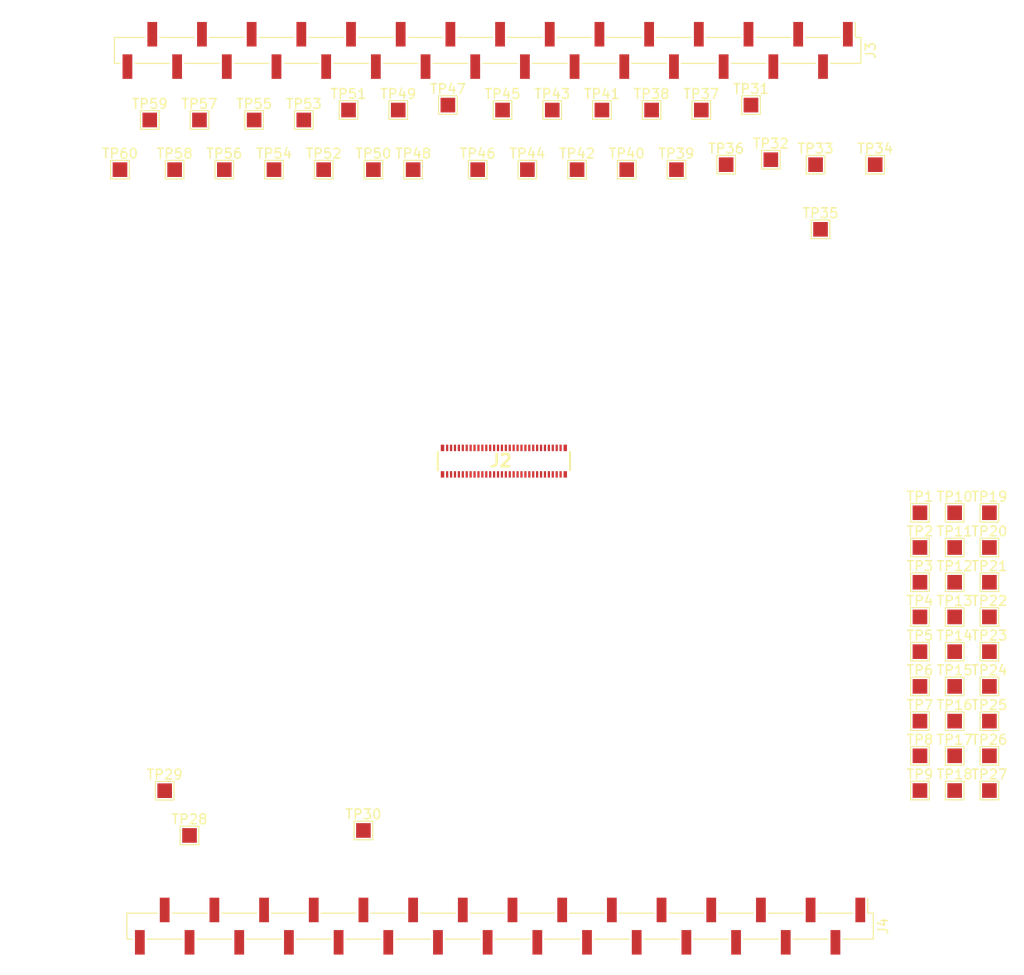
<source format=kicad_pcb>
(kicad_pcb (version 20221018) (generator pcbnew)
  (layers (0 "F.Cu" signal) (31 "B.Cu" signal) (34 "B.Paste" user) (35 "F.Paste" user) (36 "B.SilkS" user "B.Silkscreen") (37 "F.SilkS" user "F.Silkscreen") (38 "B.Mask" user) (39 "F.Mask" user) (44 "Edge.Cuts" user))
  (net 0 "")
  (net 1 "GND")
  (net 2 "/VCCIO2{slash}3")
  (net 3 "/IOB4A")
  (net 4 "/IOB4B")
  (net 5 "/IOR18A")
  (net 6 "/IOB26A")
  (net 7 "/IOR18B")
  (net 8 "/IOB26B")
  (net 9 "/IOR20A")
  (net 10 "/IOB24A")
  (net 11 "/IOR20B")
  (net 12 "/RECONFIG")
  (net 13 "/IOR22A")
  (net 14 "/IOB12B")
  (net 15 "/IOR22B")
  (net 16 "/IOB14B")
  (net 17 "/IOR24A")
  (net 18 "/IOR24B")
  (net 19 "/TCK")
  (net 20 "/IOR31A")
  (net 21 "/TMS")
  (net 22 "/IOR31B")
  (net 23 "/TDO")
  (net 24 "/IOR33A")
  (net 25 "/TDI")
  (net 26 "/IOR33B")
  (net 27 "/IOB89A")
  (net 28 "/M0_D3P")
  (net 29 "/IOB89B")
  (net 30 "/M0_D3N")
  (net 31 "/IOB91A")
  (net 32 "/IOB91B")
  (net 33 "/M0_D2P")
  (net 34 "/VDD_1V8")
  (net 35 "/M0_D2N")
  (net 36 "+2V5")
  (net 37 "/M0_CKP")
  (net 38 "/M0_CKN")
  (net 39 "+3V3")
  (net 40 "/M0_D1P")
  (net 41 "/M0_D1N")
  (net 42 "+5V")
  (net 43 "/M0_D0P")
  (net 44 "/M0_D0N")
  (net 45 "Net-(J3-Pin_10)")
  (footprint "TestPoint:TestPoint_Pad_1.5x1.5mm" (layer "F.Cu") (at 157.48 51.308)
    (fp_text reference "TP49" (at 0 -1.648) (layer "F.SilkS"))
    (fp_text value "TestPoint")
    (pad "1" smd rect (at 0 0) (size 1.5 1.5) (layers "F.Cu" "F.Mask") (net 22 "/IOR31B"))
  )
  (footprint "TestPoint:TestPoint_Pad_1.5x1.5mm" (layer "F.Cu") (at 147.828 52.324)
    (fp_text reference "TP53" (at 0 -1.648) (layer "F.SilkS"))
    (fp_text value "TestPoint")
    (pad "1" smd rect (at 0 0) (size 1.5 1.5) (layers "F.Cu" "F.Mask") (net 15 "/IOR22B"))
  )
  (footprint "TestPoint:TestPoint_Pad_1.5x1.5mm" (layer "F.Cu") (at 217.926 99.586)
    (fp_text reference "TP21" (at 0 -1.648) (layer "F.SilkS"))
    (fp_text value "TestPoint")
    (pad "1" smd rect (at 0 0) (size 1.5 1.5) (layers "F.Cu" "F.Mask") (net 1 "GND"))
  )
  (footprint "TestPoint:TestPoint_Pad_1.5x1.5mm" (layer "F.Cu") (at 217.926 92.486)
    (fp_text reference "TP19" (at 0 -1.648) (layer "F.SilkS"))
    (fp_text value "TestPoint")
    (pad "1" smd rect (at 0 0) (size 1.5 1.5) (layers "F.Cu" "F.Mask") (net 21 "/TMS"))
  )
  (footprint "TestPoint:TestPoint_Pad_1.5x1.5mm" (layer "F.Cu") (at 217.926 96.036)
    (fp_text reference "TP20" (at 0 -1.648) (layer "F.SilkS"))
    (fp_text value "TestPoint")
    (pad "1" smd rect (at 0 0) (size 1.5 1.5) (layers "F.Cu" "F.Mask") (net 19 "/TCK"))
  )
  (footprint "TestPoint:TestPoint_Pad_1.5x1.5mm" (layer "F.Cu") (at 175.768 57.404)
    (fp_text reference "TP42" (at 0 -1.648) (layer "F.SilkS"))
    (fp_text value "TestPoint")
    (pad "1" smd rect (at 0 0) (size 1.5 1.5) (layers "F.Cu" "F.Mask") (net 34 "/VDD_1V8"))
  )
  (footprint "TestPoint:TestPoint_Pad_1.5x1.5mm" (layer "F.Cu") (at 214.376 117.336)
    (fp_text reference "TP17" (at 0 -1.648) (layer "F.SilkS"))
    (fp_text value "TestPoint")
    (pad "1" smd rect (at 0 0) (size 1.5 1.5) (layers "F.Cu" "F.Mask") (net 25 "/TDI"))
  )
  (footprint "TestPoint:TestPoint_Pad_1.5x1.5mm" (layer "F.Cu") (at 214.376 106.686)
    (fp_text reference "TP14" (at 0 -1.648) (layer "F.SilkS"))
    (fp_text value "TestPoint")
    (pad "1" smd rect (at 0 0) (size 1.5 1.5) (layers "F.Cu" "F.Mask") (net 30 "/M0_D3N"))
  )
  (footprint "TestPoint:TestPoint_Pad_1.5x1.5mm" (layer "F.Cu") (at 210.826 110.236)
    (fp_text reference "TP6" (at 0 -1.648) (layer "F.SilkS"))
    (fp_text value "TestPoint")
    (pad "1" smd rect (at 0 0) (size 1.5 1.5) (layers "F.Cu" "F.Mask") (net 40 "/M0_D1P"))
  )
  (footprint "TestPoint:TestPoint_Pad_1.5x1.5mm" (layer "F.Cu") (at 214.376 99.586)
    (fp_text reference "TP12" (at 0 -1.648) (layer "F.SilkS"))
    (fp_text value "TestPoint")
    (pad "1" smd rect (at 0 0) (size 1.5 1.5) (layers "F.Cu" "F.Mask") (net 33 "/M0_D2P"))
  )
  (footprint "TestPoint:TestPoint_Pad_1.5x1.5mm" (layer "F.Cu") (at 134.62 57.404)
    (fp_text reference "TP58" (at 0 -1.648) (layer "F.SilkS"))
    (fp_text value "TestPoint")
    (pad "1" smd rect (at 0 0) (size 1.5 1.5) (layers "F.Cu" "F.Mask") (net 5 "/IOR18A"))
  )
  (footprint "TestPoint:TestPoint_Pad_1.5x1.5mm" (layer "F.Cu") (at 214.376 120.886)
    (fp_text reference "TP18" (at 0 -1.648) (layer "F.SilkS"))
    (fp_text value "TestPoint")
    (pad "1" smd rect (at 0 0) (size 1.5 1.5) (layers "F.Cu" "F.Mask") (net 23 "/TDO"))
  )
  (footprint "TestPoint:TestPoint_Pad_1.5x1.5mm" (layer "F.Cu") (at 159.004 57.404)
    (fp_text reference "TP48" (at 0 -1.648) (layer "F.SilkS"))
    (fp_text value "TestPoint")
    (pad "1" smd rect (at 0 0) (size 1.5 1.5) (layers "F.Cu" "F.Mask") (net 24 "/IOR33A"))
  )
  (footprint "TestPoint:TestPoint_Pad_1.5x1.5mm" (layer "F.Cu") (at 210.826 92.486)
    (fp_text reference "TP1" (at 0 -1.648) (layer "F.SilkS"))
    (fp_text value "TestPoint")
    (pad "1" smd rect (at 0 0) (size 1.5 1.5) (layers "F.Cu" "F.Mask") (net 1 "GND"))
  )
  (footprint "TestPoint:TestPoint_Pad_1.5x1.5mm" (layer "F.Cu") (at 210.826 103.136)
    (fp_text reference "TP4" (at 0 -1.648) (layer "F.SilkS"))
    (fp_text value "TestPoint")
    (pad "1" smd rect (at 0 0) (size 1.5 1.5) (layers "F.Cu" "F.Mask") (net 1 "GND"))
  )
  (footprint "TestPoint:TestPoint_Pad_1.5x1.5mm" (layer "F.Cu") (at 180.848 57.404)
    (fp_text reference "TP40" (at 0 -1.648) (layer "F.SilkS"))
    (fp_text value "TestPoint")
    (pad "1" smd rect (at 0 0) (size 1.5 1.5) (layers "F.Cu" "F.Mask") (net 45 "Net-(J3-Pin_10)"))
  )
  (footprint "TestPoint:TestPoint_Pad_1.5x1.5mm" (layer "F.Cu") (at 152.4 51.308)
    (fp_text reference "TP51" (at 0 -1.648) (layer "F.SilkS"))
    (fp_text value "TestPoint")
    (pad "1" smd rect (at 0 0) (size 1.5 1.5) (layers "F.Cu" "F.Mask") (net 18 "/IOR24B"))
  )
  (footprint "TestPoint:TestPoint_Pad_1.5x1.5mm" (layer "F.Cu") (at 217.926 106.686)
    (fp_text reference "TP23" (at 0 -1.648) (layer "F.SilkS"))
    (fp_text value "TestPoint")
    (pad "1" smd rect (at 0 0) (size 1.5 1.5) (layers "F.Cu" "F.Mask") (net 14 "/IOB12B"))
  )
  (footprint "TestPoint:TestPoint_Pad_1.5x1.5mm" (layer "F.Cu") (at 210.826 106.686)
    (fp_text reference "TP5" (at 0 -1.648) (layer "F.SilkS"))
    (fp_text value "TestPoint")
    (pad "1" smd rect (at 0 0) (size 1.5 1.5) (layers "F.Cu" "F.Mask") (net 41 "/M0_D1N"))
  )
  (footprint "TestPoint:TestPoint_Pad_1.5x1.5mm" (layer "F.Cu") (at 165.608 57.404)
    (fp_text reference "TP46" (at 0 -1.648) (layer "F.SilkS"))
    (fp_text value "TestPoint")
    (pad "1" smd rect (at 0 0) (size 1.5 1.5) (layers "F.Cu" "F.Mask") (net 27 "/IOB89A"))
  )
  (footprint "TestPoint:TestPoint_Pad_1.5x1.5mm" (layer "F.Cu") (at 214.376 113.786)
    (fp_text reference "TP16" (at 0 -1.648) (layer "F.SilkS"))
    (fp_text value "TestPoint")
    (pad "1" smd rect (at 0 0) (size 1.5 1.5) (layers "F.Cu" "F.Mask") (net 1 "GND"))
  )
  (footprint "TestPoint:TestPoint_Pad_1.5x1.5mm" (layer "F.Cu") (at 206.248 56.896)
    (fp_text reference "TP34" (at 0 -1.648) (layer "F.SilkS"))
    (fp_text value "TestPoint")
    (pad "1" smd rect (at 0 0) (size 1.5 1.5) (layers "F.Cu" "F.Mask") (net 42 "+5V"))
  )
  (footprint "TestPoint:TestPoint_Pad_1.5x1.5mm" (layer "F.Cu") (at 210.826 113.786)
    (fp_text reference "TP7" (at 0 -1.648) (layer "F.SilkS"))
    (fp_text value "TestPoint")
    (pad "1" smd rect (at 0 0) (size 1.5 1.5) (layers "F.Cu" "F.Mask") (net 1 "GND"))
  )
  (footprint "TestPoint:TestPoint_Pad_1.5x1.5mm" (layer "F.Cu") (at 210.826 96.036)
    (fp_text reference "TP2" (at 0 -1.648) (layer "F.SilkS"))
    (fp_text value "TestPoint")
    (pad "1" smd rect (at 0 0) (size 1.5 1.5) (layers "F.Cu" "F.Mask") (net 44 "/M0_D0N"))
  )
  (footprint "TestPoint:TestPoint_Pad_1.5x1.5mm" (layer "F.Cu") (at 191.008 56.896)
    (fp_text reference "TP36" (at 0 -1.648) (layer "F.SilkS"))
    (fp_text value "TestPoint")
    (pad "1" smd rect (at 0 0) (size 1.5 1.5) (layers "F.Cu" "F.Mask") (net 39 "+3V3"))
  )
  (footprint "TestPoint:TestPoint_Pad_1.5x1.5mm" (layer "F.Cu") (at 183.388 51.308)
    (fp_text reference "TP38" (at 0 -1.648) (layer "F.SilkS"))
    (fp_text value "TestPoint")
    (pad "1" smd rect (at 0 0) (size 1.5 1.5) (layers "F.Cu" "F.Mask") (net 36 "+2V5"))
  )
  (footprint "TestPoint:TestPoint_Pad_1.5x1.5mm" (layer "F.Cu") (at 193.548 50.8)
    (fp_text reference "TP31" (at 0 -1.648) (layer "F.SilkS"))
    (fp_text value "TestPoint")
    (pad "1" smd rect (at 0 0) (size 1.5 1.5) (layers "F.Cu" "F.Mask") (net 42 "+5V"))
  )
  (footprint "TestPoint:TestPoint_Pad_1.5x1.5mm" (layer "F.Cu") (at 214.376 96.036)
    (fp_text reference "TP11" (at 0 -1.648) (layer "F.SilkS"))
    (fp_text value "TestPoint")
    (pad "1" smd rect (at 0 0) (size 1.5 1.5) (layers "F.Cu" "F.Mask") (net 35 "/M0_D2N"))
  )
  (footprint "TestPoint:TestPoint_Pad_1.5x1.5mm" (layer "F.Cu") (at 136.144 125.476)
    (fp_text reference "TP28" (at 0 -1.648) (layer "F.SilkS"))
    (fp_text value "TestPoint")
    (pad "1" smd rect (at 0 0) (size 1.5 1.5) (layers "F.Cu" "F.Mask") (net 4 "/IOB4B"))
  )
  (footprint "TestPoint:TestPoint_Pad_1.5x1.5mm" (layer "F.Cu") (at 214.376 110.236)
    (fp_text reference "TP15" (at 0 -1.648) (layer "F.SilkS"))
    (fp_text value "TestPoint")
    (pad "1" smd rect (at 0 0) (size 1.5 1.5) (layers "F.Cu" "F.Mask") (net 28 "/M0_D3P"))
  )
  (footprint "TestPoint:TestPoint_Pad_1.5x1.5mm" (layer "F.Cu") (at 178.308 51.308)
    (fp_text reference "TP41" (at 0 -1.648) (layer "F.SilkS"))
    (fp_text value "TestPoint")
    (pad "1" smd rect (at 0 0) (size 1.5 1.5) (layers "F.Cu" "F.Mask") (net 34 "/VDD_1V8"))
  )
  (footprint "TestPoint:TestPoint_Pad_1.5x1.5mm" (layer "F.Cu") (at 149.86 57.404)
    (fp_text reference "TP52" (at 0 -1.648) (layer "F.SilkS"))
    (fp_text value "TestPoint")
    (pad "1" smd rect (at 0 0) (size 1.5 1.5) (layers "F.Cu" "F.Mask") (net 17 "/IOR24A"))
  )
  (footprint "TestPoint:TestPoint_Pad_1.5x1.5mm" (layer "F.Cu") (at 200.66 63.5)
    (fp_text reference "TP35" (at 0 -1.648) (layer "F.SilkS"))
    (fp_text value "TestPoint")
    (pad "1" smd rect (at 0 0) (size 1.5 1.5) (layers "F.Cu" "F.Mask") (net 42 "+5V"))
  )
  (footprint "TestPoint:TestPoint_Pad_1.5x1.5mm" (layer "F.Cu") (at 210.826 120.886)
    (fp_text reference "TP9" (at 0 -1.648) (layer "F.SilkS"))
    (fp_text value "TestPoint")
    (pad "1" smd rect (at 0 0) (size 1.5 1.5) (layers "F.Cu" "F.Mask") (net 37 "/M0_CKP"))
  )
  (footprint "TestPoint:TestPoint_Pad_1.5x1.5mm" (layer "F.Cu") (at 210.826 117.336)
    (fp_text reference "TP8" (at 0 -1.648) (layer "F.SilkS"))
    (fp_text value "TestPoint")
    (pad "1" smd rect (at 0 0) (size 1.5 1.5) (layers "F.Cu" "F.Mask") (net 38 "/M0_CKN"))
  )
  (footprint "samacsys:DF40C-60DP-0.4V_51_" (layer "F.Cu") (at 168.284 87.207)
    (fp_text reference "J2" (at -0.306 -0.055) (layer "F.SilkS") (effects (font (size 1.27 1.27) (thickness 0.254))))
    (fp_text value "DF40C-60DP-0.4V_51_" hide)
    (pad "1" smd rect (at -5.8 1.355) (size 0.23 0.66) (layers "F.Cu" "F.Paste" "F.Mask") (net 1 "GND"))
    (pad "2" smd rect (at -5.8 -1.355) (size 0.23 0.66) (layers "F.Cu" "F.Paste" "F.Mask") (net 2 "/VCCIO2{slash}3"))
    (pad "3" smd rect (at -5.4 1.355) (size 0.23 0.66) (layers "F.Cu" "F.Paste" "F.Mask") (net 3 "/IOB4A"))
    (pad "4" smd rect (at -5.4 -1.355) (size 0.23 0.66) (layers "F.Cu" "F.Paste" "F.Mask") (net 2 "/VCCIO2{slash}3"))
    (pad "5" smd rect (at -5 1.355) (size 0.23 0.66) (layers "F.Cu" "F.Paste" "F.Mask") (net 4 "/IOB4B"))
    (pad "6" smd rect (at -5 -1.355) (size 0.23 0.66) (layers "F.Cu" "F.Paste" "F.Mask") (net 5 "/IOR18A"))
    (pad "7" smd rect (at -4.6 1.355) (size 0.23 0.66) (layers "F.Cu" "F.Paste" "F.Mask") (net 6 "/IOB26A"))
    (pad "8" smd rect (at -4.6 -1.355) (size 0.23 0.66) (layers "F.Cu" "F.Paste" "F.Mask") (net 7 "/IOR18B"))
    (pad "9" smd rect (at -4.2 1.355) (size 0.23 0.66) (layers "F.Cu" "F.Paste" "F.Mask") (net 8 "/IOB26B"))
    (pad "10" smd rect (at -4.2 -1.355) (size 0.23 0.66) (layers "F.Cu" "F.Paste" "F.Mask") (net 9 "/IOR20A"))
    (pad "11" smd rect (at -3.8 1.355) (size 0.23 0.66) (layers "F.Cu" "F.Paste" "F.Mask") (net 10 "/IOB24A"))
    (pad "12" smd rect (at -3.8 -1.355) (size 0.23 0.66) (layers "F.Cu" "F.Paste" "F.Mask") (net 11 "/IOR20B"))
    (pad "13" smd rect (at -3.4 1.355) (size 0.23 0.66) (layers "F.Cu" "F.Paste" "F.Mask") (net 12 "/RECONFIG"))
    (pad "14" smd rect (at -3.4 -1.355) (size 0.23 0.66) (layers "F.Cu" "F.Paste" "F.Mask") (net 13 "/IOR22A"))
    (pad "15" smd rect (at -3 1.355) (size 0.23 0.66) (layers "F.Cu" "F.Paste" "F.Mask") (net 14 "/IOB12B"))
    (pad "16" smd rect (at -3 -1.355) (size 0.23 0.66) (layers "F.Cu" "F.Paste" "F.Mask") (net 15 "/IOR22B"))
    (pad "17" smd rect (at -2.6 1.355) (size 0.23 0.66) (layers "F.Cu" "F.Paste" "F.Mask") (net 16 "/IOB14B"))
    (pad "18" smd rect (at -2.6 -1.355) (size 0.23 0.66) (layers "F.Cu" "F.Paste" "F.Mask") (net 17 "/IOR24A"))
    (pad "19" smd rect (at -2.2 1.355) (size 0.23 0.66) (layers "F.Cu" "F.Paste" "F.Mask") (net 1 "GND"))
    (pad "20" smd rect (at -2.2 -1.355) (size 0.23 0.66) (layers "F.Cu" "F.Paste" "F.Mask") (net 18 "/IOR24B"))
    (pad "21" smd rect (at -1.8 1.355) (size 0.23 0.66) (layers "F.Cu" "F.Paste" "F.Mask") (net 19 "/TCK"))
    (pad "22" smd rect (at -1.8 -1.355) (size 0.23 0.66) (layers "F.Cu" "F.Paste" "F.Mask") (net 20 "/IOR31A"))
    (pad "23" smd rect (at -1.4 1.355) (size 0.23 0.66) (layers "F.Cu" "F.Paste" "F.Mask") (net 21 "/TMS"))
    (pad "24" smd rect (at -1.4 -1.355) (size 0.23 0.66) (layers "F.Cu" "F.Paste" "F.Mask") (net 22 "/IOR31B"))
    (pad "25" smd rect (at -1 1.355) (size 0.23 0.66) (layers "F.Cu" "F.Paste" "F.Mask") (net 23 "/TDO"))
    (pad "26" smd rect (at -1 -1.355) (size 0.23 0.66) (layers "F.Cu" "F.Paste" "F.Mask") (net 24 "/IOR33A"))
    (pad "27" smd rect (at -0.6 1.355) (size 0.23 0.66) (layers "F.Cu" "F.Paste" "F.Mask") (net 25 "/TDI"))
    (pad "28" smd rect (at -0.6 -1.355) (size 0.23 0.66) (layers "F.Cu" "F.Paste" "F.Mask") (net 26 "/IOR33B"))
    (pad "29" smd rect (at -0.2 1.355) (size 0.23 0.66) (layers "F.Cu" "F.Paste" "F.Mask") (net 1 "GND"))
    (pad "30" smd rect (at -0.2 -1.355) (size 0.23 0.66) (layers "F.Cu" "F.Paste" "F.Mask") (net 27 "/IOB89A"))
    (pad "31" smd rect (at 0.2 1.355) (size 0.23 0.66) (layers "F.Cu" "F.Paste" "F.Mask") (net 28 "/M0_D3P"))
    (pad "32" smd rect (at 0.2 -1.355) (size 0.23 0.66) (layers "F.Cu" "F.Paste" "F.Mask") (net 29 "/IOB89B"))
    (pad "33" smd rect (at 0.6 1.355) (size 0.23 0.66) (layers "F.Cu" "F.Paste" "F.Mask") (net 30 "/M0_D3N"))
    (pad "34" smd rect (at 0.6 -1.355) (size 0.23 0.66) (layers "F.Cu" "F.Paste" "F.Mask") (net 31 "/IOB91A"))
    (pad "35" smd rect (at 1 1.355) (size 0.23 0.66) (layers "F.Cu" "F.Paste" "F.Mask") (net 1 "GND"))
    (pad "36" smd rect (at 1 -1.355) (size 0.23 0.66) (layers "F.Cu" "F.Paste" "F.Mask") (net 32 "/IOB91B"))
    (pad "37" smd rect (at 1.4 1.355) (size 0.23 0.66) (layers "F.Cu" "F.Paste" "F.Mask") (net 33 "/M0_D2P"))
    (pad "38" smd rect (at 1.4 -1.355) (size 0.23 0.66) (layers "F.Cu" "F.Paste" "F.Mask") (net 34 "/VDD_1V8"))
    (pad "39" smd rect (at 1.8 1.355) (size 0.23 0.66) (layers "F.Cu" "F.Paste" "F.Mask") (net 35 "/M0_D2N"))
    (pad "40" smd rect (at 1.8 -1.355) (size 0.23 0.66) (layers "F.Cu" "F.Paste" "F.Mask") (net 34 "/VDD_1V8"))
    (pad "41" smd rect (at 2.2 1.355) (size 0.23 0.66) (layers "F.Cu" "F.Paste" "F.Mask") (net 1 "GND"))
    (pad "42" smd rect (at 2.2 -1.355) (size 0.23 0.66) (layers "F.Cu" "F.Paste" "F.Mask") (net 45 "Net-(J3-Pin_10)"))
    (pad "43" smd rect (at 2.6 1.355) (size 0.23 0.66) (layers "F.Cu" "F.Paste" "F.Mask") (net 37 "/M0_CKP"))
    (pad "44" smd rect (at 2.6 -1.355) (size 0.23 0.66) (layers "F.Cu" "F.Paste" "F.Mask") (net 36 "+2V5"))
    (pad "45" smd rect (at 3 1.355) (size 0.23 0.66) (layers "F.Cu" "F.Paste" "F.Mask") (net 38 "/M0_CKN"))
    (pad "46" smd rect (at 3 -1.355) (size 0.23 0.66) (layers "F.Cu" "F.Paste" "F.Mask") (net 36 "+2V5"))
    (pad "47" smd rect (at 3.4 1.355) (size 0.23 0.66) (layers "F.Cu" "F.Paste" "F.Mask") (net 1 "GND"))
    (pad "48" smd rect (at 3.4 -1.355) (size 0.23 0.66) (layers "F.Cu" "F.Paste" "F.Mask") (net 39 "+3V3"))
    (pad "49" smd rect (at 3.8 1.355) (size 0.23 0.66) (layers "F.Cu" "F.Paste" "F.Mask") (net 40 "/M0_D1P"))
    (pad "50" smd rect (at 3.8 -1.355) (size 0.23 0.66) (layers "F.Cu" "F.Paste" "F.Mask") (net 39 "+3V3"))
    (pad "51" smd rect (at 4.2 1.355) (size 0.23 0.66) (layers "F.Cu" "F.Paste" "F.Mask") (net 41 "/M0_D1N"))
    (pad "52" smd rect (at 4.2 -1.355) (size 0.23 0.66) (layers "F.Cu" "F.Paste" "F.Mask") (net 42 "+5V"))
    (pad "53" smd rect (at 4.6 1.355) (size 0.23 0.66) (layers "F.Cu" "F.Paste" "F.Mask") (net 1 "GND"))
    (pad "54" smd rect (at 4.6 -1.355) (size 0.23 0.66) (layers "F.Cu" "F.Paste" "F.Mask") (net 42 "+5V"))
    (pad "55" smd rect (at 5 1.355) (size 0.23 0.66) (layers "F.Cu" "F.Paste" "F.Mask") (net 43 "/M0_D0P"))
    (pad "56" smd rect (at 5 -1.355) (size 0.23 0.66) (layers "F.Cu" "F.Paste" "F.Mask") (net 42 "+5V"))
    (pad "57" smd rect (at 5.4 1.355) (size 0.23 0.66) (layers "F.Cu" "F.Paste" "F.Mask") (net 44 "/M0_D0N"))
    (pad "58" smd rect (at 5.4 -1.355) (size 0.23 0.66) (layers "F.Cu" "F.Paste" "F.Mask") (net 42 "+5V"))
    (pad "59" smd rect (at 5.8 1.355) (size 0.23 0.66) (layers "F.Cu" "F.Paste" "F.Mask") (net 1 "GND"))
    (pad "60" smd rect (at 5.8 -1.355) (size 0.23 0.66) (layers "F.Cu" "F.Paste" "F.Mask") (net 42 "+5V"))
    (pad "61" smd rect (at -6.275 -1.355) (size 0.35 0.66) (layers "F.Cu" "F.Paste" "F.Mask") (net 1 "GND"))
    (pad "62" smd rect (at -6.275 1.355) (size 0.35 0.66) (layers "F.Cu" "F.Paste" "F.Mask") (net 1 "GND"))
    (pad "63" smd rect (at 6.275 1.355) (size 0.35 0.66) (layers "F.Cu" "F.Paste" "F.Mask") (net 1 "GND"))
    (pad "64" smd rect (at 6.275 -1.355) (size 0.35 0.66) (layers "F.Cu" "F.Paste" "F.Mask") (net 1 "GND"))
  )
  (footprint "TestPoint:TestPoint_Pad_1.5x1.5mm" (layer "F.Cu") (at 217.926 103.136)
    (fp_text reference "TP22" (at 0 -1.648) (layer "F.SilkS"))
    (fp_text value "TestPoint")
    (pad "1" smd rect (at 0 0) (size 1.5 1.5) (layers "F.Cu" "F.Mask") (net 16 "/IOB14B"))
  )
  (footprint "TestPoint:TestPoint_Pad_1.5x1.5mm" (layer "F.Cu") (at 132.08 52.324)
    (fp_text reference "TP59" (at 0 -1.648) (layer "F.SilkS"))
    (fp_text value "TestPoint")
    (pad "1" smd rect (at 0 0) (size 1.5 1.5) (layers "F.Cu" "F.Mask") (net 2 "/VCCIO2{slash}3"))
  )
  (footprint "TestPoint:TestPoint_Pad_1.5x1.5mm" (layer "F.Cu") (at 133.604 120.904)
    (fp_text reference "TP29" (at 0 -1.648) (layer "F.SilkS"))
    (fp_text value "TestPoint")
    (pad "1" smd rect (at 0 0) (size 1.5 1.5) (layers "F.Cu" "F.Mask") (net 3 "/IOB4A"))
  )
  (footprint "TestPoint:TestPoint_Pad_1.5x1.5mm" (layer "F.Cu") (at 154.94 57.404)
    (fp_text reference "TP50" (at 0 -1.648) (layer "F.SilkS"))
    (fp_text value "TestPoint")
    (pad "1" smd rect (at 0 0) (size 1.5 1.5) (layers "F.Cu" "F.Mask") (net 20 "/IOR31A"))
  )
  (footprint "TestPoint:TestPoint_Pad_1.5x1.5mm" (layer "F.Cu") (at 214.376 92.486)
    (fp_text reference "TP10" (at 0 -1.648) (layer "F.SilkS"))
    (fp_text value "TestPoint")
    (pad "1" smd rect (at 0 0) (size 1.5 1.5) (layers "F.Cu" "F.Mask") (net 1 "GND"))
  )
  (footprint "Connector_PinHeader_2.54mm:PinHeader_1x30_P2.54mm_Vertical_SMD_Pin1Left" (layer "F.Cu") (at 167.894 134.751 -90)
    (fp_text reference "J4" (at 0 -39.16 90) (layer "F.SilkS"))
    (fp_text value "Conn_01x30")
    (pad "1" smd rect (at -1.655 -36.83 270) (size 2.51 1) (layers "F.Cu" "F.Paste" "F.Mask") (net 1 "GND"))
    (pad "2" smd rect (at 1.655 -34.29 270) (size 2.51 1) (layers "F.Cu" "F.Paste" "F.Mask") (net 44 "/M0_D0N"))
    (pad "3" smd rect (at -1.655 -31.75 270) (size 2.51 1) (layers "F.Cu" "F.Paste" "F.Mask") (net 43 "/M0_D0P"))
    (pad "4" smd rect (at 1.655 -29.21 270) (size 2.51 1) (layers "F.Cu" "F.Paste" "F.Mask") (net 1 "GND"))
    (pad "5" smd rect (at -1.655 -26.67 270) (size 2.51 1) (layers "F.Cu" "F.Paste" "F.Mask") (net 41 "/M0_D1N"))
    (pad "6" smd rect (at 1.655 -24.13 270) (size 2.51 1) (layers "F.Cu" "F.Paste" "F.Mask") (net 40 "/M0_D1P"))
    (pad "7" smd rect (at -1.655 -21.59 270) (size 2.51 1) (layers "F.Cu" "F.Paste" "F.Mask") (net 1 "GND"))
    (pad "8" smd rect (at 1.655 -19.05 270) (size 2.51 1) (layers "F.Cu" "F.Paste" "F.Mask") (net 38 "/M0_CKN"))
    (pad "9" smd rect (at -1.655 -16.51 270) (size 2.51 1) (layers "F.Cu" "F.Paste" "F.Mask") (net 37 "/M0_CKP"))
    (pad "10" smd rect (at 1.655 -13.97 270) (size 2.51 1) (layers "F.Cu" "F.Paste" "F.Mask") (net 1 "GND"))
    (pad "11" smd rect (at -1.655 -11.43 270) (size 2.51 1) (layers "F.Cu" "F.Paste" "F.Mask") (net 35 "/M0_D2N"))
    (pad "12" smd rect (at 1.655 -8.89 270) (size 2.51 1) (layers "F.Cu" "F.Paste" "F.Mask") (net 33 "/M0_D2P"))
    (pad "13" smd rect (at -1.655 -6.35 270) (size 2.51 1) (layers "F.Cu" "F.Paste" "F.Mask") (net 1 "GND"))
    (pad "14" smd rect (at 1.655 -3.81 270) (size 2.51 1) (layers "F.Cu" "F.Paste" "F.Mask") (net 30 "/M0_D3N"))
    (pad "15" smd rect (at -1.655 -1.27 270) (size 2.51 1) (layers "F.Cu" "F.Paste" "F.Mask") (net 28 "/M0_D3P"))
    (pad "16" smd rect (at 1.655 1.27 270) (size 2.51 1) (layers "F.Cu" "F.Paste" "F.Mask") (net 1 "GND"))
    (pad "17" smd rect (at -1.655 3.81 270) (size 2.51 1) (layers "F.Cu" "F.Paste" "F.Mask") (net 25 "/TDI"))
    (pad "18" smd rect (at 1.655 6.35 270) (size 2.51 1) (layers "F.Cu" "F.Paste" "F.Mask") (net 23 "/TDO"))
    (pad "19" smd rect (at -1.655 8.89 270) (size 2.51 1) (layers "F.Cu" "F.Paste" "F.Mask") (net 21 "/TMS"))
    (pad "20" smd rect (at 1.655 11.43 270) (size 2.51 1) (layers "F.Cu" "F.Paste" "F.Mask") (net 19 "/TCK"))
    (pad "21" smd rect (at -1.655 13.97 270) (size 2.51 1) (layers "F.Cu" "F.Paste" "F.Mask") (net 1 "GND"))
    (pad "22" smd rect (at 1.655 16.51 270) (size 2.51 1) (layers "F.Cu" "F.Paste" "F.Mask") (net 16 "/IOB14B"))
    (pad "23" smd rect (at -1.655 19.05 270) (size 2.51 1) (layers "F.Cu" "F.Paste" "F.Mask") (net 14 "/IOB12B"))
    (pad "24" smd rect (at 1.655 21.59 270) (size 2.51 1) (layers "F.Cu" "F.Paste" "F.Mask") (net 12 "/RECONFIG"))
    (pad "25" smd rect (at -1.655 24.13 270) (size 2.51 1) (layers "F.Cu" "F.Paste" "F.Mask") (net 10 "/IOB24A"))
    (pad "26" smd rect (at 1.655 26.67 270) (size 2.51 1) (layers "F.Cu" "F.Paste" "F.Mask") (net 8 "/IOB26B"))
    (pad "27" smd rect (at -1.655 29.21 270) (size 2.51 1) (layers "F.Cu" "F.Paste" "F.Mask") (net 6 "/IOB26A"))
    (pad "28" smd rect (at 1.655 31.75 270) (size 2.51 1) (layers "F.Cu" "F.Paste" "F.Mask") (net 4 "/IOB4B"))
    (pad "29" smd rect (at -1.655 34.29 270) (size 2.51 1) (layers "F.Cu" "F.Paste" "F.Mask") (net 3 "/IOB4A"))
    (pad "30" smd rect (at 1.655 36.83 270) (size 2.51 1) (layers "F.Cu" "F.Paste" "F.Mask") (net 1 "GND"))
  )
  (footprint "TestPoint:TestPoint_Pad_1.5x1.5mm" (layer "F.Cu") (at 153.924 124.968)
    (fp_text reference "TP30" (at 0 -1.648) (layer "F.SilkS"))
    (fp_text value "TestPoint")
    (pad "1" smd rect (at 0 0) (size 1.5 1.5) (layers "F.Cu" "F.Mask") (net 1 "GND"))
  )
  (footprint "TestPoint:TestPoint_Pad_1.5x1.5mm" (layer "F.Cu") (at 168.148 51.308)
    (fp_text reference "TP45" (at 0 -1.648) (layer "F.SilkS"))
    (fp_text value "TestPoint")
    (pad "1" smd rect (at 0 0) (size 1.5 1.5) (layers "F.Cu" "F.Mask") (net 29 "/IOB89B"))
  )
  (footprint "TestPoint:TestPoint_Pad_1.5x1.5mm" (layer "F.Cu") (at 129.032 57.404)
    (fp_text reference "TP60" (at 0 -1.648) (layer "F.SilkS"))
    (fp_text value "TestPoint")
    (pad "1" smd rect (at 0 0) (size 1.5 1.5) (layers "F.Cu" "F.Mask") (net 2 "/VCCIO2{slash}3"))
  )
  (footprint "TestPoint:TestPoint_Pad_1.5x1.5mm" (layer "F.Cu") (at 217.926 120.886)
    (fp_text reference "TP27" (at 0 -1.648) (layer "F.SilkS"))
    (fp_text value "TestPoint")
    (pad "1" smd rect (at 0 0) (size 1.5 1.5) (layers "F.Cu" "F.Mask") (net 6 "/IOB26A"))
  )
  (footprint "TestPoint:TestPoint_Pad_1.5x1.5mm" (layer "F.Cu") (at 185.928 57.404)
    (fp_text reference "TP39" (at 0 -1.648) (layer "F.SilkS"))
    (fp_text value "TestPoint")
    (pad "1" smd rect (at 0 0) (size 1.5 1.5) (layers "F.Cu" "F.Mask") (net 36 "+2V5"))
  )
  (footprint "TestPoint:TestPoint_Pad_1.5x1.5mm" (layer "F.Cu") (at 137.16 52.324)
    (fp_text reference "TP57" (at 0 -1.648) (layer "F.SilkS"))
    (fp_text value "TestPoint")
    (pad "1" smd rect (at 0 0) (size 1.5 1.5) (layers "F.Cu" "F.Mask") (net 7 "/IOR18B"))
  )
  (footprint "Connector_PinHeader_2.54mm:PinHeader_1x30_P2.54mm_Vertical_SMD_Pin1Left" (layer "F.Cu") (at 166.624 45.212 -90)
    (fp_text reference "J3" (at 0 -39.16 90) (layer "F.SilkS"))
    (fp_text value "Conn_01x30")
    (pad "1" smd rect (at -1.655 -36.83 270) (size 2.51 1) (layers "F.Cu" "F.Paste" "F.Mask") (net 42 "+5V"))
    (pad "2" smd rect (at 1.655 -34.29 270) (size 2.51 1) (layers "F.Cu" "F.Paste" "F.Mask") (net 42 "+5V"))
    (pad "3" smd rect (at -1.655 -31.75 270) (size 2.51 1) (layers "F.Cu" "F.Paste" "F.Mask") (net 42 "+5V"))
    (pad "4" smd rect (at 1.655 -29.21 270) (size 2.51 1) (layers "F.Cu" "F.Paste" "F.Mask") (net 42 "+5V"))
    (pad "5" smd rect (at -1.655 -26.67 270) (size 2.51 1) (layers "F.Cu" "F.Paste" "F.Mask") (net 42 "+5V"))
    (pad "6" smd rect (at 1.655 -24.13 270) (size 2.51 1) (layers "F.Cu" "F.Paste" "F.Mask") (net 39 "+3V3"))
    (pad "7" smd rect (at -1.655 -21.59 270) (size 2.51 1) (layers "F.Cu" "F.Paste" "F.Mask") (net 39 "+3V3"))
    (pad "8" smd rect (at 1.655 -19.05 270) (size 2.51 1) (layers "F.Cu" "F.Paste" "F.Mask") (net 36 "+2V5"))
    (pad "9" smd rect (at -1.655 -16.51 270) (size 2.51 1) (layers "F.Cu" "F.Paste" "F.Mask") (net 36 "+2V5"))
    (pad "10" smd rect (at 1.655 -13.97 270) (size 2.51 1) (layers "F.Cu" "F.Paste" "F.Mask") (net 45 "Net-(J3-Pin_10)"))
    (pad "11" smd rect (at -1.655 -11.43 270) (size 2.51 1) (layers "F.Cu" "F.Paste" "F.Mask") (net 34 "/VDD_1V8"))
    (pad "12" smd rect (at 1.655 -8.89 270) (size 2.51 1) (layers "F.Cu" "F.Paste" "F.Mask") (net 34 "/VDD_1V8"))
    (pad "13" smd rect (at -1.655 -6.35 270) (size 2.51 1) (layers "F.Cu" "F.Paste" "F.Mask") (net 32 "/IOB91B"))
    (pad "14" smd rect (at 1.655 -3.81 270) (size 2.51 1) (layers "F.Cu" "F.Paste" "F.Mask") (net 31 "/IOB91A"))
    (pad "15" smd rect (at -1.655 -1.27 270) (size 2.51 1) (layers "F.Cu" "F.Paste" "F.Mask") (net 29 "/IOB89B"))
    (pad "16" smd rect (at 1.655 1.27 270) (size 2.51 1) (layers "F.Cu" "F.Paste" "F.Mask") (net 27 "/IOB89A"))
    (pad "17" smd rect (at -1.655 3.81 270) (size 2.51 1) (layers "F.Cu" "F.Paste" "F.Mask") (net 26 "/IOR33B"))
    (pad "18" smd rect (at 1.655 6.35 270) (size 2.51 1) (layers "F.Cu" "F.Paste" "F.Mask") (net 24 "/IOR33A"))
    (pad "19" smd rect (at -1.655 8.89 270) (size 2.51 1) (layers "F.Cu" "F.Paste" "F.Mask") (net 22 "/IOR31B"))
    (pad "20" smd rect (at 1.655 11.43 270) (size 2.51 1) (layers "F.Cu" "F.Paste" "F.Mask") (net 20 "/IOR31A"))
    (pad "21" smd rect (at -1.655 13.97 270) (size 2.51 1) (layers "F.Cu" "F.Paste" "F.Mask") (net 18 "/IOR24B"))
    (pad "22" smd rect (at 1.655 16.51 270) (size 2.51 1) (layers "F.Cu" "F.Paste" "F.Mask") (net 17 "/IOR24A"))
    (pad "23" smd rect (at -1.655 19.05 270) (size 2.51 1) (layers "F.Cu" "F.Paste" "F.Mask") (net 15 "/IOR22B"))
    (pad "24" smd rect (at 1.655 21.59 270) (size 2.51 1) (layers "F.Cu" "F.Paste" "F.Mask") (net 13 "/IOR22A"))
    (pad "25" smd rect (at -1.655 24.13 270) (size 2.51 1) (layers "F.Cu" "F.Paste" "F.Mask") (net 11 "/IOR20B"))
    (pad "26" smd rect (at 1.655 26.67 270) (size 2.51 1) (layers "F.Cu" "F.Paste" "F.Mask") (net 9 "/IOR20A"))
    (pad "27" smd rect (at -1.655 29.21 270) (size 2.51 1) (layers "F.Cu" "F.Paste" "F.Mask") (net 7 "/IOR18B"))
    (pad "28" smd rect (at 1.655 31.75 270) (size 2.51 1) (layers "F.Cu" "F.Paste" "F.Mask") (net 5 "/IOR18A"))
    (pad "29" smd rect (at -1.655 34.29 270) (size 2.51 1) (layers "F.Cu" "F.Paste" "F.Mask") (net 2 "/VCCIO2{slash}3"))
    (pad "30" smd rect (at 1.655 36.83 270) (size 2.51 1) (layers "F.Cu" "F.Paste" "F.Mask") (net 2 "/VCCIO2{slash}3"))
  )
  (footprint "TestPoint:TestPoint_Pad_1.5x1.5mm" (layer "F.Cu") (at 144.78 57.404)
    (fp_text reference "TP54" (at 0 -1.648) (layer "F.SilkS"))
    (fp_text value "TestPoint")
    (pad "1" smd rect (at 0 0) (size 1.5 1.5) (layers "F.Cu" "F.Mask") (net 13 "/IOR22A"))
  )
  (footprint "TestPoint:TestPoint_Pad_1.5x1.5mm" (layer "F.Cu") (at 173.228 51.308)
    (fp_text reference "TP43" (at 0 -1.648) (layer "F.SilkS"))
    (fp_text value "TestPoint")
    (pad "1" smd rect (at 0 0) (size 1.5 1.5) (layers "F.Cu" "F.Mask") (net 32 "/IOB91B"))
  )
  (footprint "TestPoint:TestPoint_Pad_1.5x1.5mm" (layer "F.Cu") (at 162.56 50.8)
    (fp_text reference "TP47" (at 0 -1.648) (layer "F.SilkS"))
    (fp_text value "TestPoint")
    (pad "1" smd rect (at 0 0) (size 1.5 1.5) (layers "F.Cu" "F.Mask") (net 26 "/IOR33B"))
  )
  (footprint "TestPoint:TestPoint_Pad_1.5x1.5mm" (layer "F.Cu") (at 200.152 56.896)
    (fp_text reference "TP33" (at 0 -1.648) (layer "F.SilkS"))
    (fp_text value "TestPoint")
    (pad "1" smd rect (at 0 0) (size 1.5 1.5) (layers "F.Cu" "F.Mask") (net 42 "+5V"))
  )
  (footprint "TestPoint:TestPoint_Pad_1.5x1.5mm" (layer "F.Cu") (at 188.468 51.308)
    (fp_text reference "TP37" (at 0 -1.648) (layer "F.SilkS"))
    (fp_text value "TestPoint")
    (pad "1" smd rect (at 0 0) (size 1.5 1.5) (layers "F.Cu" "F.Mask") (net 39 "+3V3"))
  )
  (footprint "TestPoint:TestPoint_Pad_1.5x1.5mm" (layer "F.Cu") (at 217.926 113.786)
    (fp_text reference "TP25" (at 0 -1.648) (layer "F.SilkS"))
    (fp_text value "TestPoint")
    (pad "1" smd rect (at 0 0) (size 1.5 1.5) (layers "F.Cu" "F.Mask") (net 10 "/IOB24A"))
  )
  (footprint "TestPoint:TestPoint_Pad_1.5x1.5mm" (layer "F.Cu") (at 217.926 110.236)
    (fp_text reference "TP24" (at 0 -1.648) (layer "F.SilkS"))
    (fp_text value "TestPoint")
    (pad "1" smd rect (at 0 0) (size 1.5 1.5) (layers "F.Cu" "F.Mask") (net 12 "/RECONFIG"))
  )
  (footprint "TestPoint:TestPoint_Pad_1.5x1.5mm" (layer "F.Cu") (at 217.926 117.336)
    (fp_text reference "TP26" (at 0 -1.648) (layer "F.SilkS"))
    (fp_text value "TestPoint")
    (pad "1" smd rect (at 0 0) (size 1.5 1.5) (layers "F.Cu" "F.Mask") (net 8 "/IOB26B"))
  )
  (footprint "TestPoint:TestPoint_Pad_1.5x1.5mm" (layer "F.Cu") (at 142.748 52.324)
    (fp_text reference "TP55" (at 0 -1.648) (layer "F.SilkS"))
    (fp_text value "TestPoint")
    (pad "1" smd rect (at 0 0) (size 1.5 1.5) (layers "F.Cu" "F.Mask") (net 11 "/IOR20B"))
  )
  (footprint "TestPoint:TestPoint_Pad_1.5x1.5mm" (layer "F.Cu") (at 139.7 57.404)
    (fp_text reference "TP56" (at 0 -1.648) (layer "F.SilkS"))
    (fp_text value "TestPoint")
    (pad "1" smd rect (at 0 0) (size 1.5 1.5) (layers "F.Cu" "F.Mask") (net 9 "/IOR20A"))
  )
  (footprint "TestPoint:TestPoint_Pad_1.5x1.5mm" (layer "F.Cu") (at 210.826 99.586)
    (fp_text reference "TP3" (at 0 -1.648) (layer "F.SilkS"))
    (fp_text value "TestPoint")
    (pad "1" smd rect (at 0 0) (size 1.5 1.5) (layers "F.Cu" "F.Mask") (net 43 "/M0_D0P"))
  )
  (footprint "TestPoint:TestPoint_Pad_1.5x1.5mm" (layer "F.Cu") (at 170.688 57.404)
    (fp_text reference "TP44" (at 0 -1.648) (layer "F.SilkS"))
    (fp_text value "TestPoint")
    (pad "1" smd rect (at 0 0) (size 1.5 1.5) (layers "F.Cu" "F.Mask") (net 31 "/IOB91A"))
  )
  (footprint "TestPoint:TestPoint_Pad_1.5x1.5mm" (layer "F.Cu") (at 195.58 56.388)
    (fp_text reference "TP32" (at 0 -1.648) (layer "F.SilkS"))
    (fp_text value "TestPoint")
    (pad "1" smd rect (at 0 0) (size 1.5 1.5) (layers "F.Cu" "F.Mask") (net 42 "+5V"))
  )
  (footprint "TestPoint:TestPoint_Pad_1.5x1.5mm" (layer "F.Cu") (at 214.376 103.136)
    (fp_text reference "TP13" (at 0 -1.648) (layer "F.SilkS"))
    (fp_text value "TestPoint")
    (pad "1" smd rect (at 0 0) (size 1.5 1.5) (layers "F.Cu" "F.Mask") (net 1 "GND"))
  )
)
</source>
